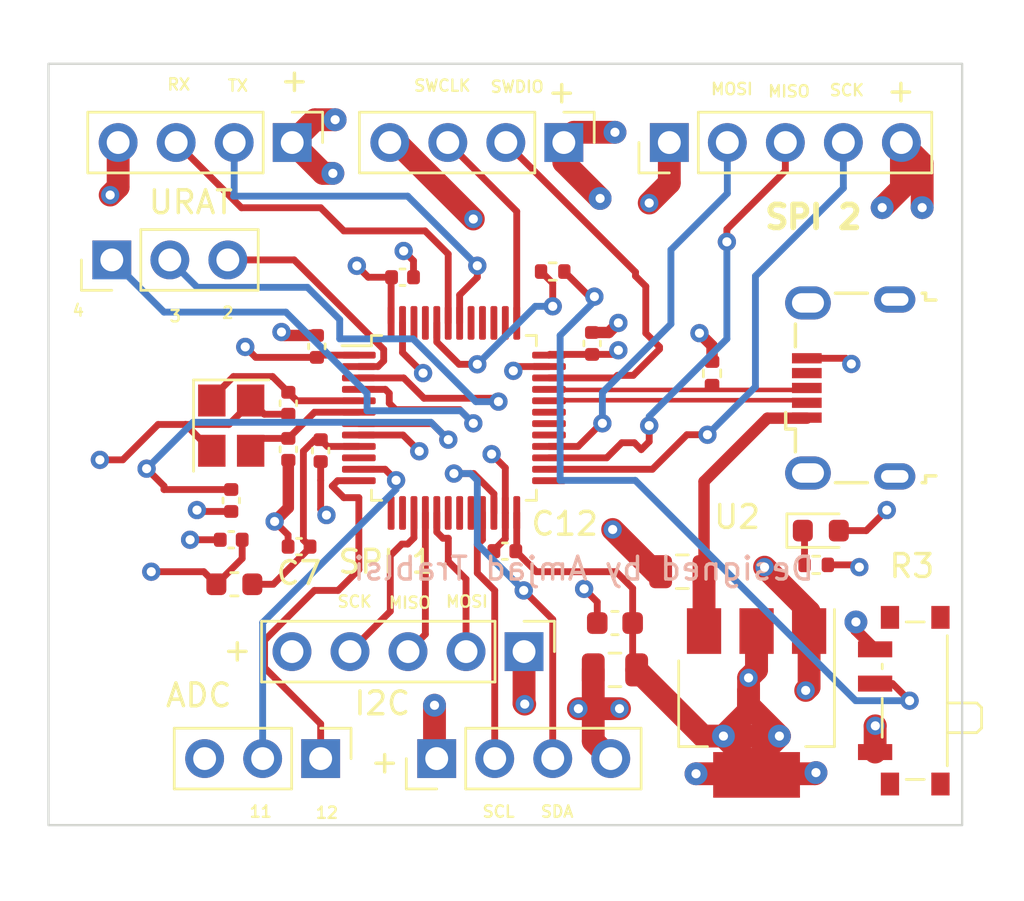
<source format=kicad_pcb>
(kicad_pcb (version 20221018) (generator pcbnew)
  (layers (0 "F.Cu" signal) (1 "In1.Cu" power) (2 "In2.Cu" signal) (31 "B.Cu" power) (34 "B.Paste" user) (35 "F.Paste" user) (36 "B.SilkS" user "B.Silkscreen") (37 "F.SilkS" user "F.Silkscreen") (38 "B.Mask" user) (39 "F.Mask" user) (44 "Edge.Cuts" user))
  (net 0 "")
  (net 1 "+3.3V")
  (net 2 "GND")
  (net 3 "+3.3VA")
  (net 4 "/NRST")
  (net 5 "/HSE_IN")
  (net 6 "/HES_OUT")
  (net 7 "VBUS")
  (net 8 "/PWR_LED_K")
  (net 11 "/SWDIO")
  (net 12 "/SWCLK")
  (net 13 "/SW_Boot0")
  (net 14 "/BOOT0")
  (net 17 "/SPI_1_SCK")
  (net 18 "/SPI_1_MISO")
  (net 19 "/SPI_1_MOSI")
  (net 23 "/I2C_SCL")
  (net 24 "/I2C_SDA")
  (net 26 "/SPI_2_SCK")
  (net 27 "/SPI_2_MISO")
  (net 28 "/SPI_2_MOSI")
  (net 38 "URAT_1_TX")
  (net 39 "URAT_1_RX")
  (net 40 "/Pin 2")
  (net 41 "/Pin 3")
  (net 42 "/Pin 4")
  (net 43 "/ADC_11")
  (net 44 "/ADC_12")
  (net 45 "/USB_D -")
  (net 46 "/USB_D +")
  (footprint "Connector_PinHeader_2.54mm:PinHeader_1x03_P2.54mm_Vertical" (layer "F.Cu") (at 89.916 53.086 -90)
    (fp_text reference "J5")
    (fp_text value "Conn_01x03_Pin")
  )
  (footprint "Capacitor_SMD:C_0402_1005Metric" (layer "F.Cu") (at 86 43.5 180)
    (fp_text reference "C8")
    (fp_text value "1u")
  )
  (footprint "Capacitor_SMD:C_0402_1005Metric" (layer "F.Cu") (at 89.916 39.596 -90)
    (fp_text reference "C6")
    (fp_text value "10n")
  )
  (footprint "Button_Switch_SMD:SW_SPDT_PCM12" (layer "F.Cu") (at 115.62 50.55 90)
    (fp_text reference "SW1")
    (fp_text value "SW_SPDT")
  )
  (footprint "MountingHole:MountingHole_2.1mm" (layer "F.Cu") (at 81.026 36.068)
    (fp_text reference "H1")
    (fp_text value "MountingHole")
  )
  (footprint "Capacitor_SMD:C_0402_1005Metric" (layer "F.Cu") (at 97.98 44 180)
    (fp_text reference "C4")
    (fp_text value "100n")
  )
  (footprint "Capacitor_SMD:C_0402_1005Metric" (layer "F.Cu") (at 88.5 39.54 -90)
    (fp_text reference "C11")
    (fp_text value "10p")
  )
  (footprint "Connector_PinHeader_2.54mm:PinHeader_1x05_P2.54mm_Vertical" (layer "F.Cu") (at 105.18 26.1 90)
    (fp_text reference "J7")
    (fp_text value "Conn_01x05_Pin")
  )
  (footprint "Capacitor_SMD:C_0603_1608Metric" (layer "F.Cu") (at 102.8 47.15 180)
    (fp_text reference "C5")
    (fp_text value "10u")
  )
  (footprint "Capacitor_SMD:C_0402_1005Metric" (layer "F.Cu") (at 101.8 34.9 90)
    (fp_text reference "C3")
    (fp_text value "100n")
  )
  (footprint "Inductor_SMD:L_0603_1608Metric" (layer "F.Cu") (at 86.1375 45.45 180)
    (fp_text reference "FB1")
    (fp_text value "120R")
  )
  (footprint "Resistor_SMD:R_0402_1005Metric" (layer "F.Cu") (at 111.61 44.6)
    (fp_text reference "R3")
    (fp_text value "1k5")
  )
  (footprint "Capacitor_SMD:C_0402_1005Metric" (layer "F.Cu") (at 88.97 43.8 180)
    (fp_text reference "C7")
    (fp_text value "1u")
  )
  (footprint "Connector_PinHeader_2.54mm:PinHeader_1x03_P2.54mm_Vertical" (layer "F.Cu") (at 80.772 31.242 90)
    (fp_text reference "J8")
    (fp_text value "Conn_01x03_Pin")
  )
  (footprint "Capacitor_SMD:C_0805_2012Metric" (layer "F.Cu") (at 102.8 49.2 180)
    (fp_text reference "C13")
    (fp_text value "22u")
  )
  (footprint "Capacitor_SMD:C_0402_1005Metric" (layer "F.Cu") (at 88.5 37.52 -90)
    (fp_text reference "C10")
    (fp_text value "10p")
  )
  (footprint "Connector_PinHeader_2.54mm:PinHeader_1x04_P2.54mm_Vertical" (layer "F.Cu") (at 88.67 26.1 -90)
    (fp_text reference "J3")
    (fp_text value "Conn_01x04_Pin")
  )
  (footprint "Capacitor_SMD:C_0402_1005Metric" (layer "F.Cu") (at 86 41.78 -90)
    (fp_text reference "C9" hide)
    (fp_text value "100n")
  )
  (footprint "Crystal:Crystal_SMD_3225-4Pin_3.2x2.5mm" (layer "F.Cu") (at 86 38.5 -90)
    (fp_text reference "Y2")
    (fp_text value "16 MHz")
  )
  (footprint "Capacitor_SMD:C_0402_1005Metric" (layer "F.Cu") (at 89.75 35.03 90)
    (fp_text reference "C1")
    (fp_text value "100n")
  )
  (footprint "Package_QFP:LQFP-48_7x7mm_P0.5mm" (layer "F.Cu") (at 95.75 38.1625)
    (fp_text reference "U1")
    (fp_text value "STM32F103C8T6")
  )
  (footprint "Connector_USB:USB_Micro-B_Wuerth_629105150521" (layer "F.Cu") (at 113.1 36.85 90)
    (fp_text reference "J1" hide)
    (fp_text value "USB_B_Micro")
  )
  (footprint "LED_SMD:LED_0603_1608Metric" (layer "F.Cu") (at 111.8125 43.1)
    (fp_text reference "D1")
    (fp_text value "RED")
  )
  (footprint "Connector_PinHeader_2.54mm:PinHeader_1x04_P2.54mm_Vertical" (layer "F.Cu") (at 100.562 26.1 -90)
    (fp_text reference "J2")
    (fp_text value "Conn_01x04_Pin")
  )
  (footprint "Capacitor_SMD:C_0805_2012Metric" (layer "F.Cu") (at 105.75 44.9 180)
    (fp_text reference "C12")
    (fp_text value "22u")
  )
  (footprint "Package_TO_SOT_SMD:SOT-223-3_TabPin2" (layer "F.Cu") (at 109 50.65 -90)
    (fp_text reference "U2")
    (fp_text value "AMS1117-3.3")
  )
  (footprint "Resistor_SMD:R_0402_1005Metric" (layer "F.Cu") (at 100.074 31.75 180)
    (fp_text reference "R1")
    (fp_text value "10k")
  )
  (footprint "MountingHole:MountingHole_2.1mm" (layer "F.Cu") (at 81.026 48.006)
    (fp_text reference "H2")
    (fp_text value "MountingHole")
  )
  (footprint "Capacitor_SMD:C_0402_1005Metric" (layer "F.Cu") (at 93.5 32)
    (fp_text reference "C2")
    (fp_text value "100n")
  )
  (footprint "Resistor_SMD:R_0402_1005Metric" (layer "F.Cu") (at 107.05 36.21 90)
    (fp_text reference "R2")
    (fp_text value "1k5")
  )
  (footprint "Connector_PinHeader_2.54mm:PinHeader_1x04_P2.54mm_Vertical" (layer "F.Cu") (at 94.996 53.086 90)
    (fp_text reference "J4")
    (fp_text value "Conn_01x04_Pin")
  )
  (footprint "Connector_PinHeader_2.54mm:PinHeader_1x05_P2.54mm_Vertical" (layer "F.Cu") (at 98.82 48.4 -90)
    (fp_text reference "J6")
    (fp_text value "Conn_01x05_Pin")
  )
  (gr_rect (start 78 22.65) (end 118 56) (stroke (width 0.1)) (fill none) (layer "Edge.Cuts"))
  (gr_text "Designed by Amjad Trablsi" (at 111.6 45.35) (layer "B.SilkS") (effects (font (size 1 1)) (justify left bottom mirror)))
  (gr_text "I2C" (at 91.3 51.25) (layer "F.SilkS") (effects (font (size 1 1)) (justify left bottom)))
  (gr_text "SPI 1\n" (at 90.6 45.05) (layer "F.SilkS") (effects (font (size 1 1)) (justify left bottom)))
  (gr_text "MOSI\n" (at 95.35 46.5) (layer "F.SilkS") (effects (font (size 0.5 0.5) (thickness 0.1) bold) (justify left bottom)))
  (gr_text "URAT\n" (at 82.3 29.3) (layer "F.SilkS") (effects (font (size 1 1)) (justify left bottom)))
  (gr_text "ADC" (at 83.05 50.9) (layer "F.SilkS") (effects (font (size 1 1)) (justify left bottom)))
  (gr_text "3" (at 83.25 34) (layer "F.SilkS") (effects (font (size 0.5 0.5) (thickness 0.1) bold) (justify left bottom)))
  (gr_text "12" (at 89.65 55.75) (layer "F.SilkS") (effects (font (size 0.5 0.5) (thickness 0.1) bold) (justify left bottom)))
  (gr_text "+\n" (at 92 53.8) (layer "F.SilkS") (effects (font (size 1 1)) (justify left bottom)))
  (gr_text "MOSI\n" (at 106.95 24.05) (layer "F.SilkS") (effects (font (size 0.5 0.5) (thickness 0.1) bold) (justify left bottom)))
  (gr_text "TX" (at 85.8 23.9) (layer "F.SilkS") (effects (font (size 0.5 0.5) (thickness 0.1) bold) (justify left bottom)))
  (gr_text "SCK" (at 112.15 24.1) (layer "F.SilkS") (effects (font (size 0.5 0.5) (thickness 0.1) bold) (justify left bottom)))
  (gr_text "2" (at 85.55 33.85) (layer "F.SilkS") (effects (font (size 0.5 0.5) (thickness 0.1) bold) (justify left bottom)))
  (gr_text "SWDIO" (at 97.3 23.95) (layer "F.SilkS") (effects (font (size 0.5 0.5) (thickness 0.1) bold) (justify left bottom)))
  (gr_text "4" (at 79 33.75) (layer "F.SilkS") (effects (font (size 0.5 0.5) (thickness 0.1) bold) (justify left bottom)))
  (gr_text "+\n" (at 88.05 23.95) (layer "F.SilkS") (effects (font (size 1 1)) (justify left bottom)))
  (gr_text "		" (at 85.15 24.65) (layer "F.SilkS") (effects (font (size 0.5 0.5) (thickness 0.1) bold) (justify left bottom)))
  (gr_text "MISO\n" (at 92.85 46.55) (layer "F.SilkS") (effects (font (size 0.5 0.5) (thickness 0.1) bold) (justify left bottom)))
  (gr_text "MISO\n" (at 109.45 24.15) (layer "F.SilkS") (effects (font (size 0.5 0.5) (thickness 0.1) bold) (justify left bottom)))
  (gr_text "SWCLK" (at 93.95 23.9) (layer "F.SilkS") (effects (font (size 0.5 0.5) (thickness 0.1) bold) (justify left bottom)))
  (gr_text "+\n" (at 85.55 48.9) (layer "F.SilkS") (effects (font (size 1 1)) (justify left bottom)))
  (gr_text "SDA" (at 99.5 55.7) (layer "F.SilkS") (effects (font (size 0.5 0.5) (thickness 0.1) bold) (justify left bottom)))
  (gr_text "+\n" (at 114.6 24.4) (layer "F.SilkS") (effects (font (size 1 1)) (justify left bottom)))
  (gr_text "+\n" (at 99.75 24.45) (layer "F.SilkS") (effects (font (size 1 1)) (justify left bottom)))
  (gr_text "RX" (at 83.15 23.85) (layer "F.SilkS") (effects (font (size 0.5 0.5) (thickness 0.1) bold) (justify left bottom)))
  (gr_text "SCL" (at 96.95 55.7) (layer "F.SilkS") (effects (font (size 0.5 0.5) (thickness 0.1) bold) (justify left bottom)))
  (gr_text "SCK" (at 90.6 46.5) (layer "F.SilkS") (effects (font (size 0.5 0.5) (thickness 0.1) bold) (justify left bottom)))
  (gr_text "SPI 2" (at 109.25 29.95) (layer "F.SilkS") (effects (font (size 1 1) (thickness 0.25) bold) (justify left bottom)))
  (gr_text "11" (at 86.75 55.7) (layer "F.SilkS") (effects (font (size 0.5 0.5) (thickness 0.1) bold) (justify left bottom)))
  (segment (start 109 49.2) (end 108.65 49.55) (width 1) (layer "F.Cu") (net 1))
  (segment (start 89.67 25.1) (end 88.67 26.1) (width 1) (layer "F.Cu") (net 1))
  (segment (start 87.072 35.51) (end 86.614 35.052) (width 0.3) (layer "F.Cu") (net 1))
  (segment (start 109 53.55) (end 107.55 52.1) (width 1) (layer "F.Cu") (net 1))
  (segment (start 91.5875 35.4125) (end 89.8475 35.4125) (width 0.3) (layer "F.Cu") (net 1))
  (segment (start 106.65 52.1) (end 103.75 49.2) (width 1) (layer "F.Cu") (net 1))
  (segment (start 98.5 43.96) (end 98.5 42.325) (width 0.3) (layer "F.Cu") (net 1))
  (segment (start 113.35 47.46) (end 114.19 48.3) (width 0.5) (layer "F.Cu") (net 1))
  (segment (start 99.945 35.38) (end 99.9125 35.4125) (width 0.3) (layer "F.Cu") (net 1))
  (segment (start 84.8 44.9) (end 82.5 44.9) (width 0.3) (layer "F.Cu") (net 1))
  (segment (start 106.35 53.75) (end 111.55 53.75) (width 1) (layer "F.Cu") (net 1))
  (segment (start 103.575 47.15) (end 103.575 49.025) (width 0.3) (layer "F.Cu") (net 1))
  (segment (start 103.575 49.025) (end 103.75 49.2) (width 0.3) (layer "F.Cu") (net 1))
  (segment (start 107.05 35.7) (end 107.05 35) (width 0.5) (layer "F.Cu") (net 1))
  (segment (start 89.74 35.54) (end 89.8675 35.4125) (width 0.3) (layer "F.Cu") (net 1))
  (segment (start 113.35 47.1) (end 113.35 47.46) (width 0.5) (layer "F.Cu") (net 1))
  (segment (start 93 32.02) (end 93.02 32) (width 0.3) (layer "F.Cu") (net 1))
  (segment (start 102.8 25.65) (end 101.012 25.65) (width 1) (layer "F.Cu") (net 1))
  (segment (start 107.05 35) (end 106.5 34.45) (width 0.5) (layer "F.Cu") (net 1))
  (segment (start 89.8475 35.4125) (end 89.75 35.51) (width 0.3) (layer "F.Cu") (net 1))
  (segment (start 94.9 50.75) (end 94.9 52.99) (width 1) (layer "F.Cu") (net 1))
  (segment (start 111.55 53.75) (end 111.6 53.7) (width 1) (layer "F.Cu") (net 1))
  (segment (start 115.34 28.11) (end 114.5 28.95) (width 1) (layer "F.Cu") (net 1))
  (segment (start 98.46 44) (end 98.5 43.96) (width 0.3) (layer "F.Cu") (net 1))
  (segment (start 109 47.5) (end 109 49.2) (width 1) (layer "F.Cu") (net 1))
  (segment (start 107.55 52.1) (end 106.65 52.1) (width 1) (layer "F.Cu") (net 1))
  (segment (start 89.75 35.51) (end 87.072 35.51) (width 0.3) (layer "F.Cu") (net 1))
  (segment (start 115.34 26.1) (end 115.34 28.11) (width 1) (layer "F.Cu") (net 1))
  (segment (start 109 53.1) (end 110 52.1) (width 1) (layer "F.Cu") (net 1))
  (segment (start 98.46 44) (end 99.36 44.9) (width 0.3) (layer "F.Cu") (net 1))
  (segment (start 103.575 45.625) (end 103.575 47.15) (width 0.3) (layer "F.Cu") (net 1))
  (segment (start 94.9 52.99) (end 94.996 53.086) (width 1) (layer "F.Cu") (net 1))
  (segment (start 109 48.95) (end 109 47.5) (width 1) (layer "F.Cu") (net 1))
  (segment (start 84.8 44.9) (end 85.35 45.45) (width 0.3) (layer "F.Cu") (net 1))
  (segment (start 112.6 43.1) (end 113.8 43.1) (width 0.3) (layer "F.Cu") (net 1))
  (segment (start 102.85 44.9) (end 103.575 45.625) (width 0.3) (layer "F.Cu") (net 1))
  (segment (start 90.55 25.1) (end 89.67 25.1) (width 1) (layer "F.Cu") (net 1))
  (segment (start 90.45 27.45) (end 90.02 27.45) (width 1) (layer "F.Cu") (net 1))
  (segment (start 108.65 49.55) (end 108.65 50.1) (width 1) (layer "F.Cu") (net 1))
  (segment (start 99.36 44.9) (end 102.85 44.9) (width 0.3) (layer "F.Cu") (net 1))
  (segment (start 108.65 50.75) (end 110 52.1) (width 1) (layer "F.Cu") (net 1))
  (segment (start 101.8 35.38) (end 99.945 35.38) (width 0.3) (layer "F.Cu") (net 1))
  (segment (start 108.65 51) (end 107.55 52.1) (width 1) (layer "F.Cu") (net 1))
  (segment (start 116.25 28.95) (end 116.25 27.01) (width 1) (layer "F.Cu") (net 1))
  (segment (start 109 53.8) (end 109 53.55) (width 1) (layer "F.Cu") (net 1))
  (segment (start 110 52.1) (end 107.55 52.1) (width 1) (layer "F.Cu") (net 1))
  (segment (start 101.012 25.65) (end 100.562 26.1) (width 1) (layer "F.Cu") (net 1))
  (segment (start 93 34) (end 93 32.02) (width 0.3) (layer "F.Cu") (net 1))
  (segment (start 93.02 32) (end 92 32) (width 0.3) (layer "F.Cu") (net 1))
  (segment (start 90.02 27.45) (end 88.67 26.1) (width 1) (layer "F.Cu") (net 1))
  (segment (start 92 32) (end 91.5 31.5) (width 0.3) (layer "F.Cu") (net 1))
  (segment (start 101.8 35.38) (end 102.77 35.38) (width 0.3) (layer "F.Cu") (net 1))
  (segment (start 113.8 43.1) (end 114.7 42.2) (width 0.3) (layer "F.Cu") (net 1))
  (segment (start 108.65 50.1) (end 108.65 51) (width 1) (layer "F.Cu") (net 1))
  (segment (start 116.25 27.01) (end 115.34 26.1) (width 1) (layer "F.Cu") (net 1))
  (segment (start 109 53.8) (end 109 53.1) (width 1) (layer "F.Cu") (net 1))
  (segment (start 86.48 43.5) (end 86.48 44.32) (width 0.3) (layer "F.Cu") (net 1))
  (segment (start 108.65 50.1) (end 108.65 50.75) (width 1) (layer "F.Cu") (net 1))
  (segment (start 102.77 35.38) (end 102.95 35.2) (width 0.3) (layer "F.Cu") (net 1))
  (segment (start 100.562 26.1) (end 100.562 26.962) (width 1) (layer "F.Cu") (net 1))
  (segment (start 100.562 26.962) (end 102.15 28.55) (width 1) (layer "F.Cu") (net 1))
  (segment (start 86.48 44.32) (end 85.35 45.45) (width 0.3) (layer "F.Cu") (net 1))
  (via (at 111.6 53.7) (size 1) (drill 0.4) (layers "F.Cu" "B.Cu") (net 1))
  (via (at 82.5 44.9) (size 0.8) (drill 0.4) (layers "F.Cu" "B.Cu") (net 1))
  (via (at 113.35 47.1) (size 1) (drill 0.4) (layers "F.Cu" "B.Cu") (net 1))
  (via (at 102.15 28.55) (size 1) (drill 0.4) (layers "F.Cu" "B.Cu") (net 1))
  (via (at 102.8 25.65) (size 1) (drill 0.4) (layers "F.Cu" "B.Cu") (net 1))
  (via (at 91.5 31.5) (size 0.8) (drill 0.4) (layers "F.Cu" "B.Cu") (net 1))
  (via (at 102.95 35.2) (size 0.8) (drill 0.4) (layers "F.Cu" "B.Cu") (net 1))
  (via (at 106.35 53.75) (size 1) (drill 0.4) (layers "F.Cu" "B.Cu") (net 1))
  (via (at 90.45 27.45) (size 1) (drill 0.4) (layers "F.Cu" "B.Cu") (net 1))
  (via (at 94.9 50.75) (size 1) (drill 0.4) (layers "F.Cu" "B.Cu") (net 1))
  (via (at 116.25 28.95) (size 1) (drill 0.4) (layers "F.Cu" "B.Cu") (net 1))
  (via (at 90.55 25.1) (size 1) (drill 0.4) (layers "F.Cu" "B.Cu") (net 1))
  (via (at 107.55 52.1) (size 1) (drill 0.4) (layers "F.Cu" "B.Cu") (net 1))
  (via (at 86.614 35.052) (size 0.8) (drill 0.4) (layers "F.Cu" "B.Cu") (net 1))
  (via (at 114.7 42.2) (size 0.8) (drill 0.4) (layers "F.Cu" "B.Cu") (net 1))
  (via (at 110 52.1) (size 1) (drill 0.4) (layers "F.Cu" "B.Cu") (net 1))
  (via (at 108.65 49.55) (size 0.8) (drill 0.4) (layers "F.Cu" "B.Cu") (net 1))
  (via (at 114.5 28.95) (size 1) (drill 0.4) (layers "F.Cu" "B.Cu") (net 1))
  (via (at 106.5 34.45) (size 0.8) (drill 0.4) (layers "F.Cu" "B.Cu") (net 1))
  (segment (start 92.942 26.1) (end 93.25 26.1) (width 1) (layer "F.Cu") (net 2))
  (segment (start 89.75 34.55) (end 88.35 34.55) (width 0.5) (layer "F.Cu") (net 2))
  (segment (start 101.85 50.9) (end 103 50.9) (width 1) (layer "F.Cu") (net 2))
  (segment (start 101.85 50.9) (end 101.85 52.32) (width 1) (layer "F.Cu") (net 2))
  (segment (start 81.25 40) (end 80.25 40) (width 0.3) (layer "F.Cu") (net 2))
  (segment (start 85.15 39.6) (end 84 38.45) (width 0.3) (layer "F.Cu") (net 2))
  (segment (start 105.18 27.87) (end 104.3 28.75) (width 1) (layer "F.Cu") (net 2))
  (segment (start 86.85 37.4) (end 86.85 37.5) (width 0.3) (layer "F.Cu") (net 2))
  (segment (start 93.5225 38.9125) (end 94.234 39.624) (width 0.3) (layer "F.Cu") (net 2))
  (segment (start 112.12 44.6) (end 113.4 44.6) (width 0.3) (layer "F.Cu") (net 2))
  (segment (start 86.85 37.5) (end 85.9 38.45) (width 0.3) (layer "F.Cu") (net 2))
  (segment (start 86 42.26) (end 84.56 42.26) (width 0.3) (layer "F.Cu") (net 2))
  (segment (start 88.5 42.1) (end 87.9 42.7) (width 0.5) (layer "F.Cu") (net 2))
  (segment (start 98 42.325) (end 98 40.35) (width 0.3) (layer "F.Cu") (net 2))
  (segment (start 101.8 34.42) (end 102.53 34.42) (width 0.5) (layer "F.Cu") (net 2))
  (segment (start 89.916 42.164) (end 90.17 42.418) (width 0.3) (layer "F.Cu") (net 2))
  (segment (start 88.49 43.29) (end 87.9 42.7) (width 0.3) (layer "F.Cu") (net 2))
  (segment (start 97.5 44) (end 97.5 43.957035) (width 0.3) (layer "F.Cu") (net 2))
  (segment (start 85.9 38.45) (end 84 38.45) (width 0.3) (layer "F.Cu") (net 2))
  (segment (start 112.9 35.55) (end 113.15 35.8) (width 0.3) (layer "F.Cu") (net 2))
  (segment (start 93.98 31.28) (end 93.55 30.85) (width 0.3) (layer "F.Cu") (net 2))
  (segment (start 104.8 44.9) (end 104.55 44.9) (width 1) (layer "F.Cu") (net 2))
  (segment (start 111.3 47.5) (end 111.3 46.65) (width 1) (layer "F.Cu") (net 2))
  (segment (start 81.05 28.05) (end 80.7 28.4) (width 1) (layer "F.Cu") (net 2))
  (segment (start 111.3 46.65) (end 109.35 44.7) (width 1) (layer "F.Cu") (net 2))
  (segment (start 88.5 40.02) (end 88.5 42.1) (width 0.5) (layer "F.Cu") (net 2))
  (segment (start 93.5 34) (end 93.5 35.3) (width 0.3) (layer "F.Cu") (net 2))
  (segment (start 98.82 48.4) (end 98.82 50.67) (width 1) (layer "F.Cu") (net 2))
  (segment (start 81.05 26.1) (end 81.05 28.05) (width 1) (layer "F.Cu") (net 2))
  (segment (start 114.19 52.8) (end 114.19 51.66) (width 1) (layer "F.Cu") (net 2))
  (segment (start 111.3 49.95) (end 111.15 50.1) (width 1) (layer "F.Cu") (net 2))
  (segment (start 111.3 47.5) (end 111.3 49.95) (width 1) (layer "F.Cu") (net 2))
  (segment (start 82.8 38.45) (end 81.25 40) (width 0.3) (layer "F.Cu") (net 2))
  (segment (start 84.56 42.26) (end 84.5 42.2) (width 0.3) (layer "F.Cu") (net 2))
  (segment (start 93.25 26.1) (end 96.6 29.45) (width 1) (layer "F.Cu") (net 2))
  (segment (start 102.53 34.42) (end 102.95 34) (width 0.5) (layer "F.Cu") (net 2))
  (segment (start 93.5 35.3) (end 94.4 36.2) (width 0.3) (layer "F.Cu") (net 2))
  (segment (start 99.9125 35.9125) (end 98.5375 35.9125) (width 0.3) (layer "F.Cu") (net 2))
  (segment (start 91.5875 38.9125) (end 93.5225 38.9125) (width 0.3) (layer "F.Cu") (net 2))
  (segment (start 89.916 40.894) (end 89.916 42.164) (width 0.3) (layer "F.Cu") (net 2))
  (segment (start 85.52 43.5) (end 84.2 43.5) (width 0.3) (layer "F.Cu") (net 2))
  (segment (start 102.025 46.225) (end 101.45 45.65) (width 0.3) (layer "F.Cu") (net 2))
  (segment (start 101.85 49.2) (end 101.85 50.9) (width 1) (layer "F.Cu") (net 2))
  (segment (start 89.916 40.076) (end 89.916 40.894) (width 0.3) (layer "F.Cu") (net 2))
  (segment (start 98.5375 35.9125) (end 98.35 36.1) (width 0.3) (layer "F.Cu") (net 2))
  (segment (start 97.5 43.957035) (end 98 43.457035) (width 0.3) (layer "F.Cu") (net 2))
  (segment (start 101.85 52.32) (end 102.616 53.086) (width 1) (layer "F.Cu") (net 2))
  (segment (start 84 38.45) (end 82.8 38.45) (width 0.3) (layer "F.Cu") (net 2))
  (segment (start 98 43.457035) (end 98 42.325) (width 0.3) (layer "F.Cu") (net 2))
  (segment (start 104.55 44.9) (end 102.7 43.05) (width 1) (layer "F.Cu") (net 2))
  (segment (start 101.85 50.9) (end 101.2 50.9) (width 1) (layer "F.Cu") (net 2))
  (segment (start 114.19 51.66) (end 114.2 51.65) (width 1) (layer "F.Cu") (net 2))
  (segment (start 87.45 38) (end 86.85 37.4) (width 0.3) (layer "F.Cu") (net 2))
  (segment (start 98 40.35) (end 97.4 39.75) (width 0.3) (layer "F.Cu") (net 2))
  (segment (start 93.98 32) (end 93.98 31.28) (width 0.3) (layer "F.Cu") (net 2))
  (segment (start 102.025 47.15) (end 102.025 46.225) (width 0.3) (layer "F.Cu") (net 2))
  (segment (start 105.18 26.1) (end 105.18 27.87) (width 1) (layer "F.Cu") (net 2))
  (segment (start 111.2 35.55) (end 112.9 35.55) (width 0.3) (layer "F.Cu") (net 2))
  (segment (start 88.49 43.8) (end 88.49 43.29) (width 0.3) (layer "F.Cu") (net 2))
  (segment (start 113.4 44.6) (end 113.5 44.7) (width 0.3) (layer "F.Cu") (net 2))
  (segment (start 88.35 34.55) (end 88.2 34.4) (width 0.5) (layer "F.Cu") (net 2))
  (segment (start 88.5 38) (end 87.45 38) (width 0.3) (layer "F.Cu") (net 2))
  (segment (start 98.82 50.67) (end 98.85 50.7) (width 1) (layer "F.Cu") (net 2))
  (via (at 88.2 34.4) (size 0.8) (drill 0.4) (layers "F.Cu" "B.Cu") (net 2))
  (via (at 98.85 50.7) (size 0.8) (drill 0.4) (layers "F.Cu" "B.Cu") (net 2))
  (via (at 101.2 50.9) (size 0.8) (drill 0.4) (layers "F.Cu" "B.Cu") (net 2))
  (via (at 94.234 39.624) (size 0.8) (drill 0.4) (layers "F.Cu" "B.Cu") (net 2))
  (via (at 90.17 42.418) (size 0.8) (drill 0.4) (layers "F.Cu" "B.Cu") (net 2))
  (via (at 113.15 35.8) (size 0.8) (drill 0.4) (layers "F.Cu" "B.Cu") (net 2))
  (via (at 93.55 30.85) (size 0.8) (drill 0.4) (layers "F.Cu" "B.Cu") (net 2))
  (via (at 103 50.9) (size 0.8) (drill 0.4) (layers "F.Cu" "B.Cu") (net 2))
  (via (at 80.25 40) (size 0.8) (drill 0.4) (layers "F.Cu" "B.Cu") (net 2))
  (via (at 113.5 44.7) (size 0.8) (drill 0.4) (layers "F.Cu" "B.Cu") (net 2))
  (via (at 109.35 44.7) (size 0.8) (drill 0.4) (layers "F.Cu" "B.Cu") (net 2))
  (via (at 101.45 45.65) (size 0.8) (drill 0.4) (layers "F.Cu" "B.Cu") (net 2))
  (via (at 104.3 28.75) (size 0.8) (drill 0.4) (layers "F.Cu" "B.Cu") (net 2))
  (via (at 84.5 42.2) (size 0.8) (drill 0.4) (layers "F.Cu" "B.Cu") (net 2))
  (via (at 80.7 28.4) (size 0.8) (drill 0.4) (layers "F.Cu" "B.Cu") (net 2))
  (via (at 102.95 34) (size 0.8) (drill 0.4) (layers "F.Cu" "B.Cu") (net 2))
  (via (at 87.9 42.7) (size 0.8) (drill 0.4) (layers "F.Cu" "B.Cu") (net 2))
  (via (at 98.35 36.1) (size 0.8) (drill 0.4) (layers "F.Cu" "B.Cu") (net 2))
  (via (at 96.6 29.45) (size 0.8) (drill 0.4) (layers "F.Cu" "B.Cu") (net 2))
  (via (at 114.2 51.65) (size 0.8) (drill 0.4) (layers "F.Cu" "B.Cu") (net 2))
  (via (at 111.15 50.1) (size 0.8) (drill 0.4) (layers "F.Cu" "B.Cu") (net 2))
  (via (at 94.4 36.2) (size 0.8) (drill 0.4) (layers "F.Cu" "B.Cu") (net 2))
  (via (at 102.7 43.05) (size 0.8) (drill 0.4) (layers "F.Cu" "B.Cu") (net 2))
  (via (at 97.4 39.75) (size 0.8) (drill 0.4) (layers "F.Cu" "B.Cu") (net 2))
  (via (at 84.2 43.5) (size 0.8) (drill 0.4) (layers "F.Cu" "B.Cu") (net 2))
  (segment (start 87.842965 45.45) (end 89.45 43.842965) (width 0.3) (layer "F.Cu") (net 3))
  (segment (start 89.45 43.842965) (end 89.45 43.8) (width 0.3) (layer "F.Cu") (net 3))
  (segment (start 86.925 45.45) (end 87.842965 45.45) (width 0.3) (layer "F.Cu") (net 3))
  (segment (start 89.662 39.116) (end 89.16 39.618) (width 0.3) (layer "F.Cu") (net 3))
  (segment (start 89.916 39.116) (end 89.662 39.116) (width 0.3) (layer "F.Cu") (net 3))
  (segment (start 89.16 39.618) (end 89.16 43.51) (width 0.3) (layer "F.Cu") (net 3))
  (segment (start 89.16 43.51) (end 89.45 43.8) (width 0.3) (layer "F.Cu") (net 3))
  (segment (start 90.2125 39.4125) (end 89.916 39.116) (width 0.3) (layer "F.Cu") (net 3))
  (segment (start 91.5875 39.4125) (end 90.2125 39.4125) (width 0.3) (layer "F.Cu") (net 3))
  (segment (start 83.058 41.148) (end 82.296 40.386) (width 0.3) (layer "F.Cu") (net 4))
  (segment (start 91.5875 38.4125) (end 94.8005 38.4125) (width 0.3) (layer "F.Cu") (net 4))
  (segment (start 83.058 41.3) (end 86 41.3) (width 0.3) (layer "F.Cu") (net 4))
  (segment (start 94.8005 38.4125) (end 95.504 39.116) (width 0.3) (layer "F.Cu") (net 4))
  (segment (start 83.058 41.3) (end 83.058 41.148) (width 0.3) (layer "F.Cu") (net 4))
  (via (at 82.296 40.386) (size 0.8) (drill 0.4) (layers "F.Cu" "B.Cu") (net 4))
  (via (at 95.504 39.116) (size 0.8) (drill 0.4) (layers "F.Cu" "B.Cu") (net 4))
  (segment (start 94.742 38.354) (end 95.504 39.116) (width 0.3) (layer "B.Cu") (net 4))
  (segment (start 84.328 38.354) (end 94.742 38.354) (width 0.3) (layer "B.Cu") (net 4))
  (segment (start 82.296 40.386) (end 84.328 38.354) (width 0.3) (layer "B.Cu") (net 4))
  (segment (start 86.1 36.35) (end 85.15 37.3) (width 0.3) (layer "F.Cu") (net 5))
  (segment (start 85.15 37.3) (end 85.15 37.4) (width 0.3) (layer "F.Cu") (net 5))
  (segment (start 88.8725 37.4125) (end 91.5875 37.4125) (width 0.3) (layer "F.Cu") (net 5))
  (segment (start 87.81 36.35) (end 86.1 36.35) (width 0.3) (layer "F.Cu") (net 5))
  (segment (start 88.5 37.04) (end 87.81 36.35) (width 0.3) (layer "F.Cu") (net 5))
  (segment (start 88.5 37.04) (end 88.8725 37.4125) (width 0.3) (layer "F.Cu") (net 5))
  (segment (start 88.5 39.06) (end 87.39 39.06) (width 0.3) (layer "F.Cu") (net 6))
  (segment (start 87.39 39.06) (end 86.85 39.6) (width 0.3) (layer "F.Cu") (net 6))
  (segment (start 89.6475 37.9125) (end 91.5875 37.9125) (width 0.3) (layer "F.Cu") (net 6))
  (segment (start 88.5 39.06) (end 89.6475 37.9125) (width 0.3) (layer "F.Cu") (net 6))
  (segment (start 106.7 44.9) (end 106.7 40.95) (width 0.5) (layer "F.Cu") (net 7))
  (segment (start 106.7 40.95) (end 109.475 38.175) (width 0.5) (layer "F.Cu") (net 7))
  (segment (start 109.475 38.175) (end 111.2 38.175) (width 0.5) (layer "F.Cu") (net 7))
  (segment (start 106.7 47.5) (end 106.7 44.9) (width 1) (layer "F.Cu") (net 7))
  (segment (start 111.1 44.6) (end 111.1 43.175) (width 0.3) (layer "F.Cu") (net 8))
  (segment (start 111.1 43.175) (end 111.025 43.1) (width 0.3) (layer "F.Cu") (net 8))
  (segment (start 104.75 35.15) (end 104.75 35.05) (width 0.3) (layer "F.Cu") (net 11))
  (segment (start 103.6 36.3) (end 104.75 35.15) (width 0.3) (layer "F.Cu") (net 11))
  (segment (start 103.7 31.778) (end 98.022 26.1) (width 0.3) (layer "F.Cu") (net 11))
  (segment (start 103.7 31.95) (end 103.7 31.778) (width 0.3) (layer "F.Cu") (net 11))
  (segment (start 99.9125 36.4125) (end 102.798161 36.4125) (width 0.3) (layer "F.Cu") (net 11))
  (segment (start 104.15 32.4) (end 103.7 31.95) (width 0.3) (layer "F.Cu") (net 11))
  (segment (start 104.15 34.45) (end 104.15 32.4) (width 0.3) (layer "F.Cu") (net 11))
  (segment (start 102.798161 36.4125) (end 102.910661 36.3) (width 0.3) (layer "F.Cu") (net 11))
  (segment (start 102.910661 36.3) (end 103.6 36.3) (width 0.3) (layer "F.Cu") (net 11))
  (segment (start 104.75 35.05) (end 104.15 34.45) (width 0.3) (layer "F.Cu") (net 11))
  (segment (start 98.5 29.118) (end 95.482 26.1) (width 0.3) (layer "F.Cu") (net 12))
  (segment (start 98.5 34) (end 98.5 29.118) (width 0.3) (layer "F.Cu") (net 12))
  (segment (start 114.95 49.8) (end 115.7 50.55) (width 0.3) (layer "F.Cu") (net 13))
  (segment (start 101.9 32.85) (end 101.684 32.85) (width 0.3) (layer "F.Cu") (net 13))
  (segment (start 114.19 49.8) (end 114.95 49.8) (width 0.3) (layer "F.Cu") (net 13))
  (segment (start 101.684 32.85) (end 100.584 31.75) (width 0.3) (layer "F.Cu") (net 13))
  (via (at 101.9 32.85) (size 0.8) (drill 0.4) (layers "F.Cu" "B.Cu") (net 13))
  (via (at 115.7 50.55) (size 0.8) (drill 0.4) (layers "F.Cu" "B.Cu") (net 13))
  (segment (start 101.2 33.75) (end 101.9 33.05) (width 0.3) (layer "B.Cu") (net 13))
  (segment (start 100.4 34.55) (end 101.2 33.75) (width 0.3) (layer "B.Cu") (net 13))
  (segment (start 115.7 50.55) (end 113.339339 50.55) (width 0.3) (layer "B.Cu") (net 13))
  (segment (start 100.4 40.9) (end 100.4 34.55) (width 0.3) (layer "B.Cu") (net 13))
  (segment (start 101.9 33.05) (end 101.9 32.85) (width 0.3) (layer "B.Cu") (net 13))
  (segment (start 103.689339 40.9) (end 100.4 40.9) (width 0.3) (layer "B.Cu") (net 13))
  (segment (start 113.339339 50.55) (end 103.689339 40.9) (width 0.3) (layer "B.Cu") (net 13))
  (segment (start 100.076 33.274) (end 100.076 32.262) (width 0.3) (layer "F.Cu") (net 14))
  (segment (start 95.975459 35.814) (end 96.774 35.814) (width 0.3) (layer "F.Cu") (net 14))
  (segment (start 95 34) (end 95 34.838541) (width 0.3) (layer "F.Cu") (net 14))
  (segment (start 100.076 32.262) (end 99.564 31.75) (width 0.3) (layer "F.Cu") (net 14))
  (segment (start 95 34.838541) (end 95.975459 35.814) (width 0.3) (layer "F.Cu") (net 14))
  (via (at 96.774 35.814) (size 0.8) (drill 0.4) (layers "F.Cu" "B.Cu") (net 14))
  (via (at 100.076 33.274) (size 0.8) (drill 0.4) (layers "F.Cu" "B.Cu") (net 14))
  (segment (start 99.314 33.274) (end 100.076 33.274) (width 0.3) (layer "B.Cu") (net 14))
  (segment (start 96.774 35.814) (end 99.314 33.274) (width 0.3) (layer "B.Cu") (net 14))
  (segment (start 94 43.414) (end 93.726 43.688) (width 0.3) (layer "F.Cu") (net 17))
  (segment (start 93.472 43.688) (end 92.964 44.196) (width 0.3) (layer "F.Cu") (net 17))
  (segment (start 92.964 46.636) (end 91.2 48.4) (width 0.3) (layer "F.Cu") (net 17))
  (segment (start 94 42.325) (end 94 43.414) (width 0.3) (layer "F.Cu") (net 17))
  (segment (start 93.726 43.688) (end 93.472 43.688) (width 0.3) (layer "F.Cu") (net 17))
  (segment (start 92.964 44.196) (end 92.964 46.636) (width 0.3) (layer "F.Cu") (net 17))
  (segment (start 94.5 42.325) (end 94.5 47.64) (width 0.3) (layer "F.Cu") (net 18))
  (segment (start 94.5 47.64) (end 93.74 48.4) (width 0.3) (layer "F.Cu") (net 18))
  (segment (start 95 43.163541) (end 95.270459 43.434) (width 0.3) (layer "F.Cu") (net 19))
  (segment (start 95 42.325) (end 95 43.163541) (width 0.3) (layer "F.Cu") (net 19))
  (segment (start 95.504 43.434) (end 95.504 44.45) (width 0.3) (layer "F.Cu") (net 19))
  (segment (start 95.270459 43.434) (end 95.504 43.434) (width 0.3) (layer "F.Cu") (net 19))
  (segment (start 95.504 44.45) (end 96.28 45.226) (width 0.3) (layer "F.Cu") (net 19))
  (segment (start 96.28 45.226) (end 96.28 48.4) (width 0.3) (layer "F.Cu") (net 19))
  (segment (start 97 43.497035) (end 96.774 43.723035) (width 0.3) (layer "F.Cu") (net 23))
  (segment (start 97.536 45.72) (end 97.536 53.086) (width 0.3) (layer "F.Cu") (net 23))
  (segment (start 96.774 43.723035) (end 96.774 44.958) (width 0.3) (layer "F.Cu") (net 23))
  (segment (start 96.774 44.958) (end 97.536 45.72) (width 0.3) (layer "F.Cu") (net 23))
  (segment (start 97 42.325) (end 97 43.497035) (width 0.3) (layer "F.Cu") (net 23))
  (segment (start 97.5 41.486459) (end 96.613541 40.6) (width 0.3) (layer "F.Cu") (net 24))
  (segment (start 98.806 45.72) (end 100.076 46.99) (width 0.3) (layer "F.Cu") (net 24))
  (segment (start 100.076 46.99) (end 100.076 53.086) (width 0.3) (layer "F.Cu") (net 24))
  (segment (start 97.5 42.325) (end 97.5 41.486459) (width 0.3) (layer "F.Cu") (net 24))
  (segment (start 96.613541 40.6) (end 95.75 40.6) (width 0.3) (layer "F.Cu") (net 24))
  (via (at 95.75 40.6) (size 0.8) (drill 0.4) (layers "F.Cu" "B.Cu") (net 24))
  (via (at 98.806 45.72) (size 0.8) (drill 0.4) (layers "F.Cu" "B.Cu") (net 24))
  (segment (start 96.774 43.688) (end 98.806 45.72) (width 0.3) (layer "B.Cu") (net 24))
  (segment (start 96.48 40.6) (end 96.774 40.894) (width 0.3) (layer "B.Cu") (net 24))
  (segment (start 95.75 40.6) (end 96.48 40.6) (width 0.3) (layer "B.Cu") (net 24))
  (segment (start 96.774 40.894) (end 96.774 43.688) (width 0.3) (layer "B.Cu") (net 24))
  (segment (start 104.4375 40.4125) (end 105.95 38.9) (width 0.3) (layer "F.Cu") (net 26))
  (segment (start 99.9125 40.4125) (end 104.4375 40.4125) (width 0.3) (layer "F.Cu") (net 26))
  (segment (start 105.95 38.9) (end 106.85 38.9) (width 0.3) (layer "F.Cu") (net 26))
  (via (at 106.85 38.9) (size 0.8) (drill 0.4) (layers "F.Cu" "B.Cu") (net 26))
  (segment (start 108.95 31.95) (end 108.95 36.8) (width 0.3) (layer "B.Cu") (net 26))
  (segment (start 112.8 28.1) (end 108.95 31.95) (width 0.3) (layer "B.Cu") (net 26))
  (segment (start 108.95 36.8) (end 106.85 38.9) (width 0.3) (layer "B.Cu") (net 26))
  (segment (start 112.8 26.1) (end 112.8 28.1) (width 0.3) (layer "B.Cu") (net 26))
  (segment (start 102.4375 39.9125) (end 103.1 39.25) (width 0.3) (layer "F.Cu") (net 27))
  (segment (start 110.26 27.34) (end 108.6 29) (width 0.3) (layer "F.Cu") (net 27))
  (segment (start 103.65 39.25) (end 103.95 39.55) (width 0.3) (layer "F.Cu") (net 27))
  (segment (start 107.7 29.9) (end 107.7 30.45) (width 0.3) (layer "F.Cu") (net 27))
  (segment (start 103.95 39.55) (end 104.3 39.2) (width 0.3) (layer "F.Cu") (net 27))
  (segment (start 108.6 29) (end 107.7 29.9) (width 0.3) (layer "F.Cu") (net 27))
  (segment (start 103.1 39.25) (end 103.65 39.25) (width 0.3) (layer "F.Cu") (net 27))
  (segment (start 104.3 39.2) (end 104.3 38.5) (width 0.3) (layer "F.Cu") (net 27))
  (segment (start 110.26 26.1) (end 110.26 27.34) (width 0.3) (layer "F.Cu") (net 27))
  (segment (start 99.9125 39.9125) (end 102.4375 39.9125) (width 0.3) (layer "F.Cu") (net 27))
  (via (at 107.7 30.45) (size 0.8) (drill 0.4) (layers "F.Cu" "B.Cu") (net 27))
  (via (at 104.3 38.5) (size 0.8) (drill 0.4) (layers "F.Cu" "B.Cu") (net 27))
  (segment (start 107.7 34.7) (end 104.3 38.1) (width 0.3) (layer "B.Cu") (net 27))
  (segment (start 107.7 30.45) (end 107.7 34.7) (width 0.3) (layer "B.Cu") (net 27))
  (segment (start 104.3 38.1) (end 104.3 38.5) (width 0.3) (layer "B.Cu") (net 27))
  (segment (start 99.9125 39.4125) (end 101.1875 39.4125) (width 0.3) (layer "F.Cu") (net 28))
  (segment (start 101.1875 39.4125) (end 102.2 38.4) (width 0.3) (layer "F.Cu") (net 28))
  (segment (start 102.2 38.4) (end 102.25 38.4) (width 0.3) (layer "F.Cu") (net 28))
  (via (at 102.25 38.4) (size 0.8) (drill 0.4) (layers "F.Cu" "B.Cu") (net 28))
  (segment (start 105.25 34.05) (end 105.25 30.8) (width 0.3) (layer "B.Cu") (net 28))
  (segment (start 107.72 28.33) (end 107.72 26.1) (width 0.3) (layer "B.Cu") (net 28))
  (segment (start 105.25 30.8) (end 107.72 28.33) (width 0.3) (layer "B.Cu") (net 28))
  (segment (start 102.25 37.05) (end 105.25 34.05) (width 0.3) (layer "B.Cu") (net 28))
  (segment (start 102.25 38.4) (end 102.25 37.05) (width 0.3) (layer "B.Cu") (net 28))
  (segment (start 96.774 32.004) (end 96.774 31.496) (width 0.3) (layer "F.Cu") (net 38))
  (segment (start 96 32.778) (end 96.774 32.004) (width 0.3) (layer "F.Cu") (net 38))
  (segment (start 96 34) (end 96 32.778) (width 0.3) (layer "F.Cu") (net 38))
  (via (at 96.774 31.496) (size 0.8) (drill 0.4) (layers "F.Cu" "B.Cu") (net 38))
  (segment (start 86.106 28.448) (end 86.13 28.424) (width 0.3) (layer "B.Cu") (net 38))
  (segment (start 93.726 28.448) (end 86.106 28.448) (width 0.3) (layer "B.Cu") (net 38))
  (segment (start 96.774 31.496) (end 93.726 28.448) (width 0.3) (layer "B.Cu") (net 38))
  (segment (start 86.13 28.424) (end 86.13 26.1) (width 0.3) (layer "B.Cu") (net 38))
  (segment (start 89.916 28.956) (end 86.446 28.956) (width 0.3) (layer "F.Cu") (net 39))
  (segment (start 90.932 29.972) (end 89.916 28.956) (width 0.3) (layer "F.Cu") (net 39))
  (segment (start 94.488 29.972) (end 90.932 29.972) (width 0.3) (layer "F.Cu") (net 39))
  (segment (start 95.5 34) (end 95.5 30.984) (width 0.3) (layer "F.Cu") (net 39))
  (segment (start 95.5 30.984) (end 94.488 29.972) (width 0.3) (layer "F.Cu") (net 39))
  (segment (start 86.446 28.956) (end 83.59 26.1) (width 0.3) (layer "F.Cu") (net 39))
  (segment (start 92.675 35.663541) (end 92.675 35.161459) (width 0.3) (layer "F.Cu") (net 40))
  (segment (start 92.675 35.161459) (end 88.755541 31.242) (width 0.3) (layer "F.Cu") (net 40))
  (segment (start 88.755541 31.242) (end 85.852 31.242) (width 0.3) (layer "F.Cu") (net 40))
  (segment (start 91.5875 35.9125) (end 92.426041 35.9125) (width 0.3) (layer "F.Cu") (net 40))
  (segment (start 92.426041 35.9125) (end 92.675 35.663541) (width 0.3) (layer "F.Cu") (net 40))
  (segment (start 91.5875 36.4125) (end 93.551839 36.4125) (width 0.3) (layer "F.Cu") (net 41))
  (segment (start 93.551839 36.4125) (end 94.439339 37.3) (width 0.3) (layer "F.Cu") (net 41))
  (segment (start 94.439339 37.3) (end 97.55 37.3) (width 0.3) (layer "F.Cu") (net 41))
  (segment (start 97.55 37.3) (end 97.7 37.45) (width 0.3) (layer "F.Cu") (net 41))
  (via (at 97.7 37.45) (size 0.8) (drill 0.4) (layers "F.Cu" "B.Cu") (net 41))
  (segment (start 90.75 34.7) (end 90.75 33.854) (width 0.3) (layer "B.Cu") (net 41))
  (segment (start 89.338 32.442) (end 84.512 32.442) (width 0.3) (layer "B.Cu") (net 41))
  (segment (start 84.512 32.442) (end 83.312 31.242) (width 0.3) (layer "B.Cu") (net 41))
  (segment (start 90.75 33.854) (end 89.338 32.442) (width 0.3) (layer "B.Cu") (net 41))
  (segment (start 93.960661 34.7) (end 90.75 34.7) (width 0.3) (layer "B.Cu") (net 41))
  (segment (start 97.7 37.45) (end 96.710661 37.45) (width 0.3) (layer "B.Cu") (net 41))
  (segment (start 96.710661 37.45) (end 93.960661 34.7) (width 0.3) (layer "B.Cu") (net 41))
  (segment (start 92.919339 37.084) (end 92.919339 37.519339) (width 0.3) (layer "F.Cu") (net 42))
  (segment (start 96 37.8) (end 96.6 38.4) (width 0.3) (layer "F.Cu") (net 42))
  (segment (start 92.919339 37.519339) (end 93.2 37.8) (width 0.3) (layer "F.Cu") (net 42))
  (segment (start 91.5875 36.9125) (end 92.747839 36.9125) (width 0.3) (layer "F.Cu") (net 42))
  (segment (start 92.747839 36.9125) (end 92.919339 37.084) (width 0.3) (layer "F.Cu") (net 42))
  (segment (start 93.2 37.8) (end 96 37.8) (width 0.3) (layer "F.Cu") (net 42))
  (via (at 96.6 38.4) (size 0.8) (drill 0.4) (layers "F.Cu" "B.Cu") (net 42))
  (segment (start 83.058 33.528) (end 80.772 31.242) (width 0.3) (layer "B.Cu") (net 42))
  (segment (start 91.95 37.85) (end 91.948 37.848) (width 0.3) (layer "B.Cu") (net 42))
  (segment (start 91.948 37.848) (end 91.948 37.084) (width 0.3) (layer "B.Cu") (net 42))
  (segment (start 96.6 38.4) (end 96.05 37.85) (width 0.3) (layer "B.Cu") (net 42))
  (segment (start 96.05 37.85) (end 91.95 37.85) (width 0.3) (layer "B.Cu") (net 42))
  (segment (start 91.948 37.084) (end 88.392 33.528) (width 0.3) (layer "B.Cu") (net 42))
  (segment (start 88.392 33.528) (end 83.058 33.528) (width 0.3) (layer "B.Cu") (net 42))
  (segment (start 91.5875 40.4125) (end 92.7365 40.4125) (width 0.3) (layer "F.Cu") (net 43))
  (segment (start 92.7365 40.4125) (end 93.218 40.894) (width 0.3) (layer "F.Cu") (net 43))
  (via (at 93.218 40.894) (size 0.8) (drill 0.4) (layers "F.Cu" "B.Cu") (net 43))
  (segment (start 93.218 40.894) (end 93.218 41.289107) (width 0.3) (layer "B.Cu") (net 43))
  (segment (start 93.218 41.289107) (end 87.376 47.131107) (width 0.3) (layer "B.Cu") (net 43))
  (segment (start 87.376 47.131107) (end 87.376 53.086) (width 0.3) (layer "B.Cu") (net 43))
  (segment (start 90.678 45.72) (end 89.642943 45.72) (width 0.3) (layer "F.Cu") (net 44))
  (segment (start 87.46 49.106) (end 89.916 51.562) (width 0.3) (layer "F.Cu") (net 44))
  (segment (start 91.5875 44.8105) (end 90.678 45.72) (width 0.3) (layer "F.Cu") (net 44))
  (segment (start 91.5875 40.9125) (end 90.6595 40.9125) (width 0.3) (layer "F.Cu") (net 44))
  (segment (start 90.424 41.148) (end 90.932 41.656) (width 0.3) (layer "F.Cu") (net 44))
  (segment (start 90.932 41.656) (end 91.5875 41.656) (width 0.3) (layer "F.Cu") (net 44))
  (segment (start 89.642943 45.72) (end 87.46 47.902943) (width 0.3) (layer "F.Cu") (net 44))
  (segment (start 90.6595 40.9125) (end 90.424 41.148) (width 0.3) (layer "F.Cu") (net 44))
  (segment (start 87.46 47.902943) (end 87.46 49.106) (width 0.3) (layer "F.Cu") (net 44))
  (segment (start 91.5875 41.656) (end 91.5875 44.8105) (width 0.3) (layer "F.Cu") (net 44))
  (segment (start 89.916 51.562) (end 89.916 53.086) (width 0.3) (layer "F.Cu") (net 44))
  (segment (start 111.2 37.5) (end 111.0875 37.3875) (width 0.2) (layer "F.Cu") (net 45))
  (segment (start 111.0875 37.3875) (end 99.9375 37.3875) (width 0.2) (layer "F.Cu") (net 45))
  (segment (start 111.1125 36.9375) (end 111.2 36.85) (width 0.2) (layer "F.Cu") (net 46))
  (segment (start 99.9375 36.9375) (end 111.1125 36.9375) (width 0.2) (layer "F.Cu") (net 46))
)
</source>
